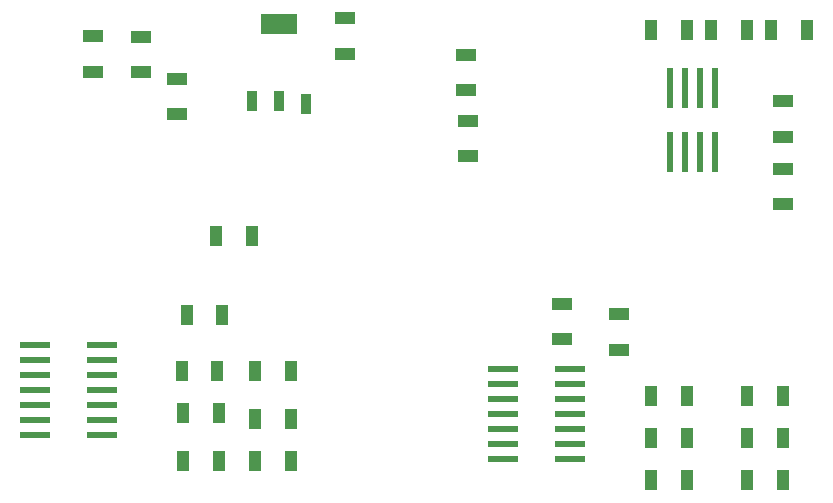
<source format=gtp>
G04*
G04 #@! TF.GenerationSoftware,Altium Limited,Altium Designer,23.8.1 (32)*
G04*
G04 Layer_Color=8421504*
%FSLAX44Y44*%
%MOMM*%
G71*
G04*
G04 #@! TF.SameCoordinates,CBBC78E8-B8C5-4662-8ADF-5789773BA4AE*
G04*
G04*
G04 #@! TF.FilePolarity,Positive*
G04*
G01*
G75*
%ADD19R,1.8034X1.1176*%
%ADD20R,1.1176X1.8034*%
%ADD21R,3.0988X1.7000*%
%ADD22R,0.8382X1.7000*%
%ADD23R,2.6500X0.6000*%
%ADD24R,0.6000X3.4000*%
D19*
X514350Y441706D02*
D03*
Y411734D02*
D03*
X643890Y192024D02*
D03*
Y221996D02*
D03*
X595630Y230886D02*
D03*
Y200914D02*
D03*
X411480Y442468D02*
D03*
Y472440D02*
D03*
X269240Y421386D02*
D03*
Y391414D02*
D03*
X515620Y385826D02*
D03*
Y355854D02*
D03*
X782320Y372364D02*
D03*
Y402336D02*
D03*
Y315214D02*
D03*
Y345186D02*
D03*
X198120Y427228D02*
D03*
Y457200D02*
D03*
X238760Y426974D02*
D03*
Y456946D02*
D03*
D20*
X752094Y116840D02*
D03*
X782066D02*
D03*
X752094Y152400D02*
D03*
X782066D02*
D03*
X752094Y81280D02*
D03*
X782066D02*
D03*
X277368Y220980D02*
D03*
X307340D02*
D03*
X802386Y462280D02*
D03*
X772414D02*
D03*
X721614D02*
D03*
X751586D02*
D03*
X670814D02*
D03*
X700786D02*
D03*
X304546Y97790D02*
D03*
X274574D02*
D03*
X304546Y138430D02*
D03*
X274574D02*
D03*
X303276Y173990D02*
D03*
X273304D02*
D03*
X365506Y97790D02*
D03*
X335534D02*
D03*
X365506Y133350D02*
D03*
X335534D02*
D03*
X365506Y173990D02*
D03*
X335534D02*
D03*
X700786Y81280D02*
D03*
X670814D02*
D03*
X700786Y116840D02*
D03*
X670814D02*
D03*
X700786Y152400D02*
D03*
X670814D02*
D03*
X302514Y288290D02*
D03*
X332486D02*
D03*
D21*
X355600Y467360D02*
D03*
D22*
X332486Y402360D02*
D03*
X355600D02*
D03*
X378714Y399860D02*
D03*
D23*
X149440Y195580D02*
D03*
Y182880D02*
D03*
Y170180D02*
D03*
Y157480D02*
D03*
Y144780D02*
D03*
Y132080D02*
D03*
Y119380D02*
D03*
X206160D02*
D03*
Y132080D02*
D03*
Y144780D02*
D03*
Y157480D02*
D03*
Y170180D02*
D03*
Y182880D02*
D03*
X205740Y195580D02*
D03*
X545680Y175260D02*
D03*
Y162560D02*
D03*
Y149860D02*
D03*
Y137160D02*
D03*
Y124460D02*
D03*
Y111760D02*
D03*
Y99060D02*
D03*
X602400D02*
D03*
Y111760D02*
D03*
Y124460D02*
D03*
Y137160D02*
D03*
Y149860D02*
D03*
Y162560D02*
D03*
X601980Y175260D02*
D03*
D24*
X687070Y359080D02*
D03*
X699770D02*
D03*
X712470D02*
D03*
X725170D02*
D03*
Y413080D02*
D03*
X712470D02*
D03*
X699770D02*
D03*
X687070D02*
D03*
M02*

</source>
